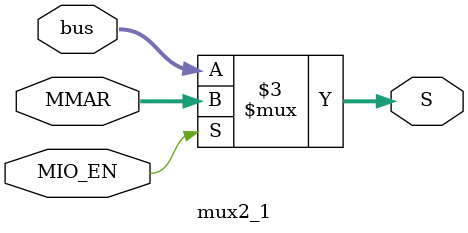
<source format=sv>

module mux2_1(input logic[15:0] bus,
	   input logic [15:0] MMAR,
	   input logic MIO_EN,
	   output logic [15:0] S 
	   );
	always_comb	
	begin
   if(MIO_EN)
	begin
     S = MMAR;
	end
    else
	 begin
	 S = bus;
	 end
   end
endmodule
</source>
